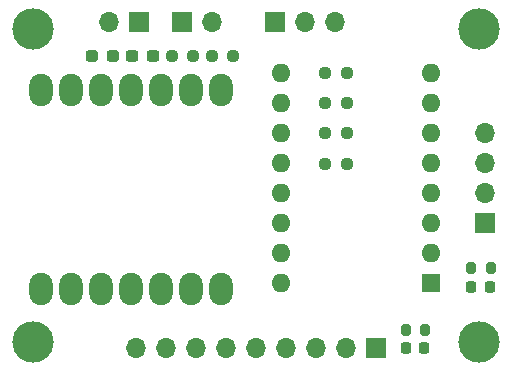
<source format=gbr>
%TF.GenerationSoftware,KiCad,Pcbnew,7.0.5*%
%TF.CreationDate,2023-07-11T15:00:58-04:00*%
%TF.ProjectId,StepperMotor_module_V2_XIAO_RP2040,53746570-7065-4724-9d6f-746f725f6d6f,rev?*%
%TF.SameCoordinates,Original*%
%TF.FileFunction,Soldermask,Top*%
%TF.FilePolarity,Negative*%
%FSLAX46Y46*%
G04 Gerber Fmt 4.6, Leading zero omitted, Abs format (unit mm)*
G04 Created by KiCad (PCBNEW 7.0.5) date 2023-07-11 15:00:58*
%MOMM*%
%LPD*%
G01*
G04 APERTURE LIST*
G04 Aperture macros list*
%AMRoundRect*
0 Rectangle with rounded corners*
0 $1 Rounding radius*
0 $2 $3 $4 $5 $6 $7 $8 $9 X,Y pos of 4 corners*
0 Add a 4 corners polygon primitive as box body*
4,1,4,$2,$3,$4,$5,$6,$7,$8,$9,$2,$3,0*
0 Add four circle primitives for the rounded corners*
1,1,$1+$1,$2,$3*
1,1,$1+$1,$4,$5*
1,1,$1+$1,$6,$7*
1,1,$1+$1,$8,$9*
0 Add four rect primitives between the rounded corners*
20,1,$1+$1,$2,$3,$4,$5,0*
20,1,$1+$1,$4,$5,$6,$7,0*
20,1,$1+$1,$6,$7,$8,$9,0*
20,1,$1+$1,$8,$9,$2,$3,0*%
G04 Aperture macros list end*
%ADD10RoundRect,0.237500X0.250000X0.237500X-0.250000X0.237500X-0.250000X-0.237500X0.250000X-0.237500X0*%
%ADD11R,1.700000X1.700000*%
%ADD12O,1.700000X1.700000*%
%ADD13RoundRect,1.000000X0.000000X-0.375000X0.000000X0.375000X0.000000X0.375000X0.000000X-0.375000X0*%
%ADD14RoundRect,0.237500X-0.250000X-0.237500X0.250000X-0.237500X0.250000X0.237500X-0.250000X0.237500X0*%
%ADD15C,3.500000*%
%ADD16RoundRect,0.218750X0.218750X0.256250X-0.218750X0.256250X-0.218750X-0.256250X0.218750X-0.256250X0*%
%ADD17R,1.600000X1.600000*%
%ADD18O,1.600000X1.600000*%
%ADD19RoundRect,0.237500X-0.287500X-0.237500X0.287500X-0.237500X0.287500X0.237500X-0.287500X0.237500X0*%
%ADD20RoundRect,0.200000X0.200000X0.275000X-0.200000X0.275000X-0.200000X-0.275000X0.200000X-0.275000X0*%
%ADD21RoundRect,0.237500X0.300000X0.237500X-0.300000X0.237500X-0.300000X-0.237500X0.300000X-0.237500X0*%
G04 APERTURE END LIST*
D10*
%TO.C,R11*%
X141712500Y-62750000D03*
X139887500Y-62750000D03*
%TD*%
D11*
%TO.C,J3*%
X145260000Y-59900000D03*
D12*
X147800000Y-59900000D03*
X150340000Y-59900000D03*
%TD*%
D13*
%TO.C,U1*%
X125399250Y-82460500D03*
X127939250Y-82460500D03*
X130479250Y-82460500D03*
X133019250Y-82460500D03*
X135559250Y-82460500D03*
X138099250Y-82460500D03*
X140639250Y-82460500D03*
X140639250Y-65660500D03*
X138099250Y-65660500D03*
X135559250Y-65660500D03*
X133019250Y-65660500D03*
X130479250Y-65660500D03*
X127939250Y-65660500D03*
X125399250Y-65660500D03*
%TD*%
D14*
%TO.C,R1*%
X149487500Y-64200000D03*
X151312500Y-64200000D03*
%TD*%
D15*
%TO.C,H3*%
X162500000Y-87000000D03*
%TD*%
D14*
%TO.C,R12*%
X136504166Y-62750000D03*
X138329166Y-62750000D03*
%TD*%
D11*
%TO.C,J7*%
X137340000Y-59900000D03*
D12*
X139880000Y-59900000D03*
%TD*%
D11*
%TO.C,J5*%
X153775000Y-87500000D03*
D12*
X151235000Y-87500000D03*
X148695000Y-87500000D03*
X146155000Y-87500000D03*
X143615000Y-87500000D03*
X141075000Y-87500000D03*
X138535000Y-87500000D03*
X135995000Y-87500000D03*
X133455000Y-87500000D03*
%TD*%
D14*
%TO.C,R4*%
X149487500Y-71850000D03*
X151312500Y-71850000D03*
%TD*%
D16*
%TO.C,D1*%
X161862500Y-82283333D03*
X163437500Y-82283333D03*
%TD*%
D17*
%TO.C,A1*%
X158500000Y-82000000D03*
D18*
X158500000Y-79460000D03*
X158500000Y-76920000D03*
X158500000Y-74380000D03*
X158500000Y-71840000D03*
X158500000Y-69300000D03*
X158500000Y-66760000D03*
X158500000Y-64220000D03*
X145800000Y-64220000D03*
X145800000Y-66760000D03*
X145800000Y-69300000D03*
X145800000Y-71840000D03*
X145800000Y-74380000D03*
X145800000Y-76920000D03*
X145800000Y-79460000D03*
X145800000Y-82000000D03*
%TD*%
D19*
%TO.C,D2*%
X129775000Y-62750000D03*
X131525000Y-62750000D03*
%TD*%
D11*
%TO.C,J6*%
X133700000Y-59900000D03*
D12*
X131160000Y-59900000D03*
%TD*%
D20*
%TO.C,R10*%
X157965000Y-85916666D03*
X156315000Y-85916666D03*
%TD*%
%TO.C,R8*%
X161865000Y-80700000D03*
X163515000Y-80700000D03*
%TD*%
D16*
%TO.C,D4*%
X157887500Y-87500000D03*
X156312500Y-87500000D03*
%TD*%
D15*
%TO.C,H2*%
X124750000Y-60500000D03*
%TD*%
D21*
%TO.C,C2*%
X134895833Y-62750000D03*
X133170833Y-62750000D03*
%TD*%
D15*
%TO.C,H4*%
X162500000Y-60500000D03*
%TD*%
%TO.C,H1*%
X124750000Y-87000000D03*
%TD*%
D14*
%TO.C,R3*%
X149487500Y-69300000D03*
X151312500Y-69300000D03*
%TD*%
D11*
%TO.C,J4*%
X162990000Y-76920000D03*
D12*
X162990000Y-74380000D03*
X162990000Y-71840000D03*
X162990000Y-69300000D03*
%TD*%
D14*
%TO.C,R2*%
X149487500Y-66750000D03*
X151312500Y-66750000D03*
%TD*%
M02*

</source>
